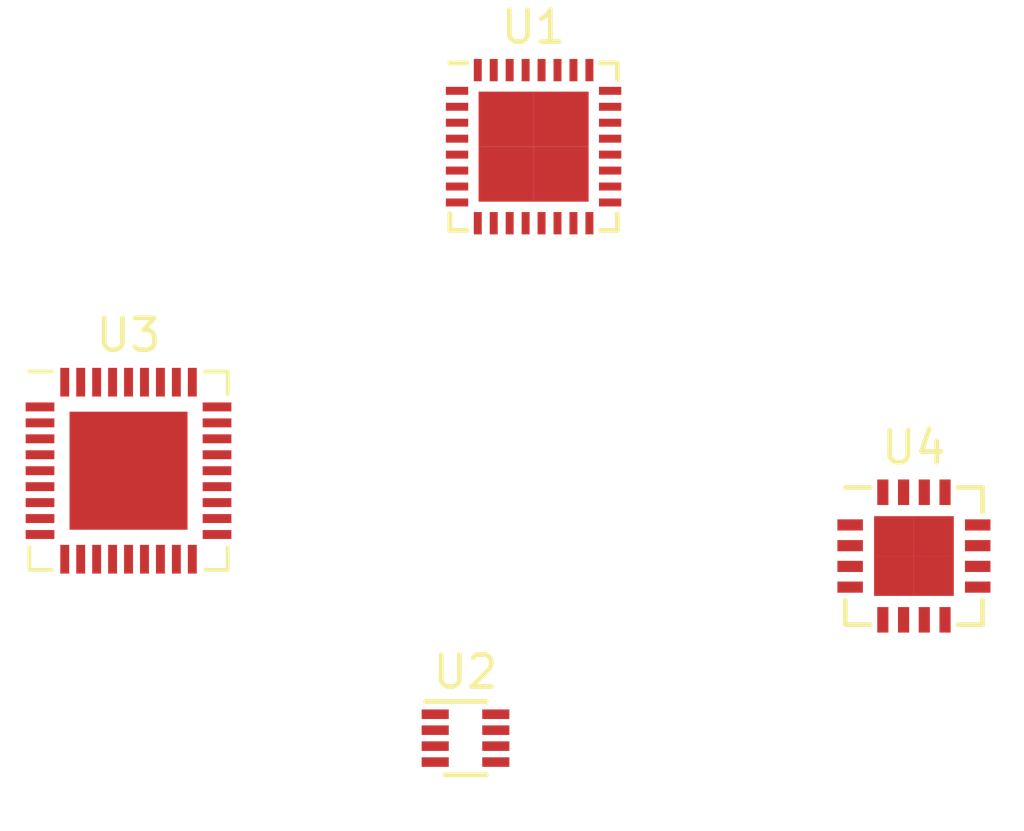
<source format=kicad_pcb>
(kicad_pcb (version 20171130) (host pcbnew "(5.0.0)")

  (general
    (thickness 1.6)
    (drawings 0)
    (tracks 0)
    (zones 0)
    (modules 4)
    (nets 96)
  )

  (page A4)
  (layers
    (0 F.Cu signal)
    (31 B.Cu signal)
    (32 B.Adhes user)
    (33 F.Adhes user)
    (34 B.Paste user)
    (35 F.Paste user)
    (36 B.SilkS user)
    (37 F.SilkS user)
    (38 B.Mask user)
    (39 F.Mask user)
    (40 Dwgs.User user)
    (41 Cmts.User user)
    (42 Eco1.User user)
    (43 Eco2.User user)
    (44 Edge.Cuts user)
    (45 Margin user)
    (46 B.CrtYd user)
    (47 F.CrtYd user)
    (48 B.Fab user)
    (49 F.Fab user)
  )

  (setup
    (last_trace_width 0.25)
    (trace_clearance 0.2)
    (zone_clearance 0.508)
    (zone_45_only no)
    (trace_min 0.2)
    (segment_width 0.2)
    (edge_width 0.15)
    (via_size 0.8)
    (via_drill 0.4)
    (via_min_size 0.4)
    (via_min_drill 0.3)
    (uvia_size 0.3)
    (uvia_drill 0.1)
    (uvias_allowed no)
    (uvia_min_size 0.2)
    (uvia_min_drill 0.1)
    (pcb_text_width 0.3)
    (pcb_text_size 1.5 1.5)
    (mod_edge_width 0.15)
    (mod_text_size 1 1)
    (mod_text_width 0.15)
    (pad_size 1.524 1.524)
    (pad_drill 0.762)
    (pad_to_mask_clearance 0.2)
    (aux_axis_origin 0 0)
    (visible_elements FFFFFF7F)
    (pcbplotparams
      (layerselection 0x010fc_ffffffff)
      (usegerberextensions false)
      (usegerberattributes false)
      (usegerberadvancedattributes false)
      (creategerberjobfile false)
      (excludeedgelayer true)
      (linewidth 0.100000)
      (plotframeref false)
      (viasonmask false)
      (mode 1)
      (useauxorigin false)
      (hpglpennumber 1)
      (hpglpenspeed 20)
      (hpglpendiameter 15.000000)
      (psnegative false)
      (psa4output false)
      (plotreference true)
      (plotvalue true)
      (plotinvisibletext false)
      (padsonsilk false)
      (subtractmaskfromsilk false)
      (outputformat 1)
      (mirror false)
      (drillshape 1)
      (scaleselection 1)
      (outputdirectory ""))
  )

  (net 0 "")
  (net 1 "Net-(U1-Pad33)")
  (net 2 "Net-(U1-Pad32)")
  (net 3 "Net-(U1-Pad31)")
  (net 4 "Net-(U1-Pad30)")
  (net 5 "Net-(U1-Pad29)")
  (net 6 "Net-(U1-Pad28)")
  (net 7 "Net-(U1-Pad27)")
  (net 8 "Net-(U1-Pad26)")
  (net 9 "Net-(U1-Pad25)")
  (net 10 "Net-(U1-Pad24)")
  (net 11 "Net-(U1-Pad23)")
  (net 12 "Net-(U1-Pad22)")
  (net 13 "Net-(U1-Pad21)")
  (net 14 "Net-(U1-Pad20)")
  (net 15 "Net-(U1-Pad19)")
  (net 16 "Net-(U1-Pad18)")
  (net 17 "Net-(U1-Pad17)")
  (net 18 "Net-(U1-Pad16)")
  (net 19 "Net-(U1-Pad15)")
  (net 20 "Net-(U1-Pad14)")
  (net 21 "Net-(U1-Pad13)")
  (net 22 "Net-(U1-Pad12)")
  (net 23 "Net-(U1-Pad11)")
  (net 24 "Net-(U1-Pad10)")
  (net 25 "Net-(U1-Pad9)")
  (net 26 "Net-(U1-Pad8)")
  (net 27 "Net-(U1-Pad7)")
  (net 28 "Net-(U1-Pad6)")
  (net 29 "Net-(U1-Pad5)")
  (net 30 "Net-(U1-Pad4)")
  (net 31 "Net-(U1-Pad3)")
  (net 32 "Net-(U1-Pad2)")
  (net 33 "Net-(U1-Pad1)")
  (net 34 "Net-(U2-Pad8)")
  (net 35 "Net-(U2-Pad7)")
  (net 36 "Net-(U2-Pad6)")
  (net 37 "Net-(U2-Pad5)")
  (net 38 "Net-(U2-Pad4)")
  (net 39 "Net-(U2-Pad3)")
  (net 40 "Net-(U2-Pad2)")
  (net 41 "Net-(U2-Pad1)")
  (net 42 "Net-(U3-Pad37)")
  (net 43 "Net-(U3-Pad36)")
  (net 44 "Net-(U3-Pad35)")
  (net 45 "Net-(U3-Pad34)")
  (net 46 "Net-(U3-Pad33)")
  (net 47 "Net-(U3-Pad32)")
  (net 48 "Net-(U3-Pad31)")
  (net 49 "Net-(U3-Pad30)")
  (net 50 "Net-(U3-Pad29)")
  (net 51 "Net-(U3-Pad28)")
  (net 52 "Net-(U3-Pad27)")
  (net 53 "Net-(U3-Pad26)")
  (net 54 "Net-(U3-Pad25)")
  (net 55 "Net-(U3-Pad24)")
  (net 56 "Net-(U3-Pad23)")
  (net 57 "Net-(U3-Pad22)")
  (net 58 "Net-(U3-Pad21)")
  (net 59 "Net-(U3-Pad20)")
  (net 60 "Net-(U3-Pad19)")
  (net 61 "Net-(U3-Pad18)")
  (net 62 "Net-(U3-Pad17)")
  (net 63 "Net-(U3-Pad16)")
  (net 64 "Net-(U3-Pad15)")
  (net 65 "Net-(U3-Pad14)")
  (net 66 "Net-(U3-Pad13)")
  (net 67 "Net-(U3-Pad12)")
  (net 68 "Net-(U3-Pad11)")
  (net 69 "Net-(U3-Pad10)")
  (net 70 "Net-(U3-Pad9)")
  (net 71 "Net-(U3-Pad8)")
  (net 72 "Net-(U3-Pad7)")
  (net 73 "Net-(U3-Pad6)")
  (net 74 "Net-(U3-Pad5)")
  (net 75 "Net-(U3-Pad4)")
  (net 76 "Net-(U3-Pad3)")
  (net 77 "Net-(U3-Pad2)")
  (net 78 "Net-(U3-Pad1)")
  (net 79 "Net-(U4-Pad17)")
  (net 80 "Net-(U4-Pad16)")
  (net 81 "Net-(U4-Pad15)")
  (net 82 "Net-(U4-Pad14)")
  (net 83 "Net-(U4-Pad13)")
  (net 84 "Net-(U4-Pad12)")
  (net 85 "Net-(U4-Pad11)")
  (net 86 "Net-(U4-Pad10)")
  (net 87 "Net-(U4-Pad9)")
  (net 88 "Net-(U4-Pad8)")
  (net 89 "Net-(U4-Pad7)")
  (net 90 "Net-(U4-Pad6)")
  (net 91 "Net-(U4-Pad5)")
  (net 92 "Net-(U4-Pad4)")
  (net 93 "Net-(U4-Pad3)")
  (net 94 "Net-(U4-Pad2)")
  (net 95 "Net-(U4-Pad1)")

  (net_class Default "This is the default net class."
    (clearance 0.2)
    (trace_width 0.25)
    (via_dia 0.8)
    (via_drill 0.4)
    (uvia_dia 0.3)
    (uvia_drill 0.1)
    (add_net "Net-(U1-Pad1)")
    (add_net "Net-(U1-Pad10)")
    (add_net "Net-(U1-Pad11)")
    (add_net "Net-(U1-Pad12)")
    (add_net "Net-(U1-Pad13)")
    (add_net "Net-(U1-Pad14)")
    (add_net "Net-(U1-Pad15)")
    (add_net "Net-(U1-Pad16)")
    (add_net "Net-(U1-Pad17)")
    (add_net "Net-(U1-Pad18)")
    (add_net "Net-(U1-Pad19)")
    (add_net "Net-(U1-Pad2)")
    (add_net "Net-(U1-Pad20)")
    (add_net "Net-(U1-Pad21)")
    (add_net "Net-(U1-Pad22)")
    (add_net "Net-(U1-Pad23)")
    (add_net "Net-(U1-Pad24)")
    (add_net "Net-(U1-Pad25)")
    (add_net "Net-(U1-Pad26)")
    (add_net "Net-(U1-Pad27)")
    (add_net "Net-(U1-Pad28)")
    (add_net "Net-(U1-Pad29)")
    (add_net "Net-(U1-Pad3)")
    (add_net "Net-(U1-Pad30)")
    (add_net "Net-(U1-Pad31)")
    (add_net "Net-(U1-Pad32)")
    (add_net "Net-(U1-Pad33)")
    (add_net "Net-(U1-Pad4)")
    (add_net "Net-(U1-Pad5)")
    (add_net "Net-(U1-Pad6)")
    (add_net "Net-(U1-Pad7)")
    (add_net "Net-(U1-Pad8)")
    (add_net "Net-(U1-Pad9)")
    (add_net "Net-(U2-Pad1)")
    (add_net "Net-(U2-Pad2)")
    (add_net "Net-(U2-Pad3)")
    (add_net "Net-(U2-Pad4)")
    (add_net "Net-(U2-Pad5)")
    (add_net "Net-(U2-Pad6)")
    (add_net "Net-(U2-Pad7)")
    (add_net "Net-(U2-Pad8)")
    (add_net "Net-(U3-Pad1)")
    (add_net "Net-(U3-Pad10)")
    (add_net "Net-(U3-Pad11)")
    (add_net "Net-(U3-Pad12)")
    (add_net "Net-(U3-Pad13)")
    (add_net "Net-(U3-Pad14)")
    (add_net "Net-(U3-Pad15)")
    (add_net "Net-(U3-Pad16)")
    (add_net "Net-(U3-Pad17)")
    (add_net "Net-(U3-Pad18)")
    (add_net "Net-(U3-Pad19)")
    (add_net "Net-(U3-Pad2)")
    (add_net "Net-(U3-Pad20)")
    (add_net "Net-(U3-Pad21)")
    (add_net "Net-(U3-Pad22)")
    (add_net "Net-(U3-Pad23)")
    (add_net "Net-(U3-Pad24)")
    (add_net "Net-(U3-Pad25)")
    (add_net "Net-(U3-Pad26)")
    (add_net "Net-(U3-Pad27)")
    (add_net "Net-(U3-Pad28)")
    (add_net "Net-(U3-Pad29)")
    (add_net "Net-(U3-Pad3)")
    (add_net "Net-(U3-Pad30)")
    (add_net "Net-(U3-Pad31)")
    (add_net "Net-(U3-Pad32)")
    (add_net "Net-(U3-Pad33)")
    (add_net "Net-(U3-Pad34)")
    (add_net "Net-(U3-Pad35)")
    (add_net "Net-(U3-Pad36)")
    (add_net "Net-(U3-Pad37)")
    (add_net "Net-(U3-Pad4)")
    (add_net "Net-(U3-Pad5)")
    (add_net "Net-(U3-Pad6)")
    (add_net "Net-(U3-Pad7)")
    (add_net "Net-(U3-Pad8)")
    (add_net "Net-(U3-Pad9)")
    (add_net "Net-(U4-Pad1)")
    (add_net "Net-(U4-Pad10)")
    (add_net "Net-(U4-Pad11)")
    (add_net "Net-(U4-Pad12)")
    (add_net "Net-(U4-Pad13)")
    (add_net "Net-(U4-Pad14)")
    (add_net "Net-(U4-Pad15)")
    (add_net "Net-(U4-Pad16)")
    (add_net "Net-(U4-Pad17)")
    (add_net "Net-(U4-Pad2)")
    (add_net "Net-(U4-Pad3)")
    (add_net "Net-(U4-Pad4)")
    (add_net "Net-(U4-Pad5)")
    (add_net "Net-(U4-Pad6)")
    (add_net "Net-(U4-Pad7)")
    (add_net "Net-(U4-Pad8)")
    (add_net "Net-(U4-Pad9)")
  )

  (module footprints:QFN-32-1EP_5x5mm_Pitch0.5mm (layer F.Cu) (tedit 5B8E7C76) (tstamp 5B937D63)
    (at 132.08 62.23)
    (descr "UH Package; 32-Lead Plastic QFN (5mm x 5mm); (see Linear Technology QFN_32_05-08-1693.pdf)")
    (tags "QFN 0.5")
    (path /5B8EF43F)
    (attr smd)
    (fp_text reference U1 (at 0 -3.75) (layer F.SilkS)
      (effects (font (size 1 1) (thickness 0.15)))
    )
    (fp_text value ATSAMD21E15B (at 0 3.75) (layer F.Fab)
      (effects (font (size 1 1) (thickness 0.15)))
    )
    (fp_line (start 2.625 -2.625) (end 2.1 -2.625) (layer F.SilkS) (width 0.15))
    (fp_line (start 2.625 2.625) (end 2.1 2.625) (layer F.SilkS) (width 0.15))
    (fp_line (start -2.625 2.625) (end -2.1 2.625) (layer F.SilkS) (width 0.15))
    (fp_line (start -2.625 -2.625) (end -2.1 -2.625) (layer F.SilkS) (width 0.15))
    (fp_line (start 2.625 2.625) (end 2.625 2.1) (layer F.SilkS) (width 0.15))
    (fp_line (start -2.625 2.625) (end -2.625 2.1) (layer F.SilkS) (width 0.15))
    (fp_line (start 2.625 -2.625) (end 2.625 -2.1) (layer F.SilkS) (width 0.15))
    (fp_line (start -3 3) (end 3 3) (layer F.CrtYd) (width 0.05))
    (fp_line (start -3 -3) (end 3 -3) (layer F.CrtYd) (width 0.05))
    (fp_line (start 3 -3) (end 3 3) (layer F.CrtYd) (width 0.05))
    (fp_line (start -3 -3) (end -3 3) (layer F.CrtYd) (width 0.05))
    (fp_line (start -2.5 -1.5) (end -1.5 -2.5) (layer F.Fab) (width 0.15))
    (fp_line (start -2.5 2.5) (end -2.5 -1.5) (layer F.Fab) (width 0.15))
    (fp_line (start 2.5 2.5) (end -2.5 2.5) (layer F.Fab) (width 0.15))
    (fp_line (start 2.5 -2.5) (end 2.5 2.5) (layer F.Fab) (width 0.15))
    (fp_line (start -1.5 -2.5) (end 2.5 -2.5) (layer F.Fab) (width 0.15))
    (pad 33 smd rect (at -0.8625 -0.8625) (size 1.725 1.725) (layers F.Cu F.Paste F.Mask)
      (net 1 "Net-(U1-Pad33)") (solder_paste_margin_ratio -0.2))
    (pad 33 smd rect (at -0.8625 0.8625) (size 1.725 1.725) (layers F.Cu F.Paste F.Mask)
      (net 1 "Net-(U1-Pad33)") (solder_paste_margin_ratio -0.2))
    (pad 33 smd rect (at 0.8625 -0.8625) (size 1.725 1.725) (layers F.Cu F.Paste F.Mask)
      (net 1 "Net-(U1-Pad33)") (solder_paste_margin_ratio -0.2))
    (pad 33 smd rect (at 0.8625 0.8625) (size 1.725 1.725) (layers F.Cu F.Paste F.Mask)
      (net 1 "Net-(U1-Pad33)") (solder_paste_margin_ratio -0.2))
    (pad 32 smd rect (at -1.75 -2.4 90) (size 0.7 0.25) (layers F.Cu F.Paste F.Mask)
      (net 2 "Net-(U1-Pad32)"))
    (pad 31 smd rect (at -1.25 -2.4 90) (size 0.7 0.25) (layers F.Cu F.Paste F.Mask)
      (net 3 "Net-(U1-Pad31)"))
    (pad 30 smd rect (at -0.75 -2.4 90) (size 0.7 0.25) (layers F.Cu F.Paste F.Mask)
      (net 4 "Net-(U1-Pad30)"))
    (pad 29 smd rect (at -0.25 -2.4 90) (size 0.7 0.25) (layers F.Cu F.Paste F.Mask)
      (net 5 "Net-(U1-Pad29)"))
    (pad 28 smd rect (at 0.25 -2.4 90) (size 0.7 0.25) (layers F.Cu F.Paste F.Mask)
      (net 6 "Net-(U1-Pad28)"))
    (pad 27 smd rect (at 0.75 -2.4 90) (size 0.7 0.25) (layers F.Cu F.Paste F.Mask)
      (net 7 "Net-(U1-Pad27)"))
    (pad 26 smd rect (at 1.25 -2.4 90) (size 0.7 0.25) (layers F.Cu F.Paste F.Mask)
      (net 8 "Net-(U1-Pad26)"))
    (pad 25 smd rect (at 1.75 -2.4 90) (size 0.7 0.25) (layers F.Cu F.Paste F.Mask)
      (net 9 "Net-(U1-Pad25)"))
    (pad 24 smd rect (at 2.4 -1.75) (size 0.7 0.25) (layers F.Cu F.Paste F.Mask)
      (net 10 "Net-(U1-Pad24)"))
    (pad 23 smd rect (at 2.4 -1.25) (size 0.7 0.25) (layers F.Cu F.Paste F.Mask)
      (net 11 "Net-(U1-Pad23)"))
    (pad 22 smd rect (at 2.4 -0.75) (size 0.7 0.25) (layers F.Cu F.Paste F.Mask)
      (net 12 "Net-(U1-Pad22)"))
    (pad 21 smd rect (at 2.4 -0.25) (size 0.7 0.25) (layers F.Cu F.Paste F.Mask)
      (net 13 "Net-(U1-Pad21)"))
    (pad 20 smd rect (at 2.4 0.25) (size 0.7 0.25) (layers F.Cu F.Paste F.Mask)
      (net 14 "Net-(U1-Pad20)"))
    (pad 19 smd rect (at 2.4 0.75) (size 0.7 0.25) (layers F.Cu F.Paste F.Mask)
      (net 15 "Net-(U1-Pad19)"))
    (pad 18 smd rect (at 2.4 1.25) (size 0.7 0.25) (layers F.Cu F.Paste F.Mask)
      (net 16 "Net-(U1-Pad18)"))
    (pad 17 smd rect (at 2.4 1.75) (size 0.7 0.25) (layers F.Cu F.Paste F.Mask)
      (net 17 "Net-(U1-Pad17)"))
    (pad 16 smd rect (at 1.75 2.4 90) (size 0.7 0.25) (layers F.Cu F.Paste F.Mask)
      (net 18 "Net-(U1-Pad16)"))
    (pad 15 smd rect (at 1.25 2.4 90) (size 0.7 0.25) (layers F.Cu F.Paste F.Mask)
      (net 19 "Net-(U1-Pad15)"))
    (pad 14 smd rect (at 0.75 2.4 90) (size 0.7 0.25) (layers F.Cu F.Paste F.Mask)
      (net 20 "Net-(U1-Pad14)"))
    (pad 13 smd rect (at 0.25 2.4 90) (size 0.7 0.25) (layers F.Cu F.Paste F.Mask)
      (net 21 "Net-(U1-Pad13)"))
    (pad 12 smd rect (at -0.25 2.4 90) (size 0.7 0.25) (layers F.Cu F.Paste F.Mask)
      (net 22 "Net-(U1-Pad12)"))
    (pad 11 smd rect (at -0.75 2.4 90) (size 0.7 0.25) (layers F.Cu F.Paste F.Mask)
      (net 23 "Net-(U1-Pad11)"))
    (pad 10 smd rect (at -1.25 2.4 90) (size 0.7 0.25) (layers F.Cu F.Paste F.Mask)
      (net 24 "Net-(U1-Pad10)"))
    (pad 9 smd rect (at -1.75 2.4 90) (size 0.7 0.25) (layers F.Cu F.Paste F.Mask)
      (net 25 "Net-(U1-Pad9)"))
    (pad 8 smd rect (at -2.4 1.75) (size 0.7 0.25) (layers F.Cu F.Paste F.Mask)
      (net 26 "Net-(U1-Pad8)"))
    (pad 7 smd rect (at -2.4 1.25) (size 0.7 0.25) (layers F.Cu F.Paste F.Mask)
      (net 27 "Net-(U1-Pad7)"))
    (pad 6 smd rect (at -2.4 0.75) (size 0.7 0.25) (layers F.Cu F.Paste F.Mask)
      (net 28 "Net-(U1-Pad6)"))
    (pad 5 smd rect (at -2.4 0.25) (size 0.7 0.25) (layers F.Cu F.Paste F.Mask)
      (net 29 "Net-(U1-Pad5)"))
    (pad 4 smd rect (at -2.4 -0.25) (size 0.7 0.25) (layers F.Cu F.Paste F.Mask)
      (net 30 "Net-(U1-Pad4)"))
    (pad 3 smd rect (at -2.4 -0.75) (size 0.7 0.25) (layers F.Cu F.Paste F.Mask)
      (net 31 "Net-(U1-Pad3)"))
    (pad 2 smd rect (at -2.4 -1.25) (size 0.7 0.25) (layers F.Cu F.Paste F.Mask)
      (net 32 "Net-(U1-Pad2)"))
    (pad 1 smd rect (at -2.4 -1.75) (size 0.7 0.25) (layers F.Cu F.Paste F.Mask)
      (net 33 "Net-(U1-Pad1)"))
    (model ${KISYS3DMOD}/QFN-32-1EP_5x5mm_Pitch0.5mm.step
      (at (xyz 0 0 0))
      (scale (xyz 1 1 1))
      (rotate (xyz 0 0 0))
    )
  )

  (module DFN-8_2x2mm_Pitch0.5mm (layer F.Cu) (tedit 574BD4C5) (tstamp 5B937D7A)
    (at 129.945001 80.775001)
    (descr "DFN8 2x2, 0.5P; No exposed pad - Ref http://pdfserv.maximintegrated.com/land_patterns/90-0349.PDF")
    (tags "DFN 0.5")
    (path /5B8EF888)
    (attr smd)
    (fp_text reference U2 (at 0 -2.075) (layer F.SilkS)
      (effects (font (size 1 1) (thickness 0.15)))
    )
    (fp_text value MIC23150-SYMT (at 0 2.075) (layer F.Fab)
      (effects (font (size 1 1) (thickness 0.15)))
    )
    (fp_line (start -1.25 -1.15) (end 0.65 -1.15) (layer F.SilkS) (width 0.15))
    (fp_line (start -0.65 1.15) (end 0.65 1.15) (layer F.SilkS) (width 0.15))
    (fp_line (start -1.65 1.35) (end 1.65 1.35) (layer F.CrtYd) (width 0.05))
    (fp_line (start -1.65 -1.35) (end 1.65 -1.35) (layer F.CrtYd) (width 0.05))
    (fp_line (start 1.65 -1.35) (end 1.65 1.35) (layer F.CrtYd) (width 0.05))
    (fp_line (start -1.65 -1.35) (end -1.65 1.35) (layer F.CrtYd) (width 0.05))
    (fp_line (start -1 0) (end 0 -1) (layer F.Fab) (width 0.15))
    (fp_line (start -1 1) (end -1 0) (layer F.Fab) (width 0.15))
    (fp_line (start 1 1) (end -1 1) (layer F.Fab) (width 0.15))
    (fp_line (start 1 -1) (end 1 1) (layer F.Fab) (width 0.15))
    (fp_line (start 0 -1) (end 1 -1) (layer F.Fab) (width 0.15))
    (pad 8 smd rect (at 0.95 -0.75) (size 0.85 0.3) (layers F.Cu F.Paste F.Mask)
      (net 34 "Net-(U2-Pad8)"))
    (pad 7 smd rect (at 0.95 -0.25) (size 0.85 0.3) (layers F.Cu F.Paste F.Mask)
      (net 35 "Net-(U2-Pad7)"))
    (pad 6 smd rect (at 0.95 0.25) (size 0.85 0.3) (layers F.Cu F.Paste F.Mask)
      (net 36 "Net-(U2-Pad6)"))
    (pad 5 smd rect (at 0.95 0.75) (size 0.85 0.3) (layers F.Cu F.Paste F.Mask)
      (net 37 "Net-(U2-Pad5)"))
    (pad 4 smd rect (at -0.95 0.75) (size 0.85 0.3) (layers F.Cu F.Paste F.Mask)
      (net 38 "Net-(U2-Pad4)"))
    (pad 3 smd rect (at -0.95 0.25) (size 0.85 0.3) (layers F.Cu F.Paste F.Mask)
      (net 39 "Net-(U2-Pad3)"))
    (pad 2 smd rect (at -0.95 -0.25) (size 0.85 0.3) (layers F.Cu F.Paste F.Mask)
      (net 40 "Net-(U2-Pad2)"))
    (pad 1 smd rect (at -0.95 -0.75) (size 0.85 0.3) (layers F.Cu F.Paste F.Mask)
      (net 41 "Net-(U2-Pad1)"))
    (model ${KISYS3DMOD}/Housings_DFN_QFN.3dshapes/DFN-8_2x2mm_Pitch0.5mm.wrl
      (at (xyz 0 0 0))
      (scale (xyz 1 1 1))
      (rotate (xyz 0 0 0))
    )
  )

  (module footprints:QFN-36-1EP_6x6mm_Pitch0.5mm (layer F.Cu) (tedit 5B8E7CBD) (tstamp 5B937DC4)
    (at 119.38 72.39)
    (descr "QFN 36 6x6mm 0,5mm pitch 3,7x3,7mm EPAD http://ww1.microchip.com/downloads/en/DeviceDoc/36L_QFN_6x6_with_3_7x3_7_EP_Punch_Dimpled_4E_C04-0241A.pdf")
    (tags "QFN-0.5 36SQFN-3706-6x6B")
    (path /5B8EF4E0)
    (attr smd)
    (fp_text reference U3 (at 0 -4.25) (layer F.SilkS)
      (effects (font (size 1 1) (thickness 0.15)))
    )
    (fp_text value USB2512B (at 0 4.28) (layer F.Fab)
      (effects (font (size 1 1) (thickness 0.15)))
    )
    (fp_line (start -2.4 -3.11) (end -3.11 -3.11) (layer F.SilkS) (width 0.12))
    (fp_line (start 3.11 -3.11) (end 2.4 -3.11) (layer F.SilkS) (width 0.12))
    (fp_line (start 3.11 3.11) (end 2.4 3.11) (layer F.SilkS) (width 0.12))
    (fp_line (start -3.11 3.11) (end -2.4 3.11) (layer F.SilkS) (width 0.12))
    (fp_line (start 3.11 3.11) (end 3.11 2.4) (layer F.SilkS) (width 0.12))
    (fp_line (start -3.11 3.11) (end -3.11 2.4) (layer F.SilkS) (width 0.12))
    (fp_line (start 3.11 -3.11) (end 3.11 -2.4) (layer F.SilkS) (width 0.12))
    (fp_line (start -3.48 3.48) (end 3.48 3.48) (layer F.CrtYd) (width 0.05))
    (fp_line (start -3.48 -3.48) (end 3.48 -3.48) (layer F.CrtYd) (width 0.05))
    (fp_line (start 3.48 -3.48) (end 3.48 3.48) (layer F.CrtYd) (width 0.05))
    (fp_line (start -3.48 -3.48) (end -3.48 3.48) (layer F.CrtYd) (width 0.05))
    (fp_line (start -3 -2) (end -2 -3) (layer F.Fab) (width 0.1))
    (fp_line (start -3 3) (end -3 -2) (layer F.Fab) (width 0.1))
    (fp_line (start 3 3) (end -3 3) (layer F.Fab) (width 0.1))
    (fp_line (start 3 -3) (end 3 3) (layer F.Fab) (width 0.1))
    (fp_line (start -2 -3) (end 3 -3) (layer F.Fab) (width 0.1))
    (fp_text user %R (at 0 0) (layer F.Fab)
      (effects (font (size 1 1) (thickness 0.15)))
    )
    (pad 37 smd rect (at 0 0) (size 3.7 3.7) (layers F.Cu F.Mask)
      (net 42 "Net-(U3-Pad37)"))
    (pad "" smd rect (at -1.3875 1.3875) (size 0.827 0.827) (layers F.Paste))
    (pad "" smd rect (at -1.3875 0.4625) (size 0.827 0.827) (layers F.Paste))
    (pad "" smd rect (at 0.4625 1.3875) (size 0.827 0.827) (layers F.Paste))
    (pad "" smd rect (at -0.4625 1.3875) (size 0.827 0.827) (layers F.Paste))
    (pad "" smd rect (at -0.4625 0.4625) (size 0.827 0.827) (layers F.Paste))
    (pad "" smd rect (at 0.4625 0.4625) (size 0.827 0.827) (layers F.Paste))
    (pad "" smd rect (at 1.3875 0.4625) (size 0.827 0.827) (layers F.Paste))
    (pad "" smd rect (at 1.3875 1.3875) (size 0.827 0.827) (layers F.Paste))
    (pad "" smd rect (at 1.3875 -1.3875) (size 0.827 0.827) (layers F.Paste))
    (pad "" smd rect (at 0.4625 -0.4625) (size 0.827 0.827) (layers F.Paste))
    (pad "" smd rect (at -0.4625 -0.4625) (size 0.827 0.827) (layers F.Paste))
    (pad "" smd rect (at -1.3875 -0.4625) (size 0.827 0.827) (layers F.Paste))
    (pad "" smd rect (at -1.3875 -1.3875) (size 0.827 0.827) (layers F.Paste))
    (pad "" smd rect (at -0.4625 -1.3875) (size 0.827 0.827) (layers F.Paste))
    (pad "" smd rect (at 0.4625 -1.3875) (size 0.827 0.827) (layers F.Paste))
    (pad "" smd rect (at 1.3875 -0.4625) (size 0.827 0.827) (layers F.Paste))
    (pad 36 smd rect (at -2 -2.775 90) (size 0.9 0.28) (layers F.Cu F.Paste F.Mask)
      (net 43 "Net-(U3-Pad36)"))
    (pad 35 smd rect (at -1.5 -2.775 90) (size 0.9 0.28) (layers F.Cu F.Paste F.Mask)
      (net 44 "Net-(U3-Pad35)"))
    (pad 34 smd rect (at -1 -2.775 90) (size 0.9 0.28) (layers F.Cu F.Paste F.Mask)
      (net 45 "Net-(U3-Pad34)"))
    (pad 33 smd rect (at -0.5 -2.775 90) (size 0.9 0.28) (layers F.Cu F.Paste F.Mask)
      (net 46 "Net-(U3-Pad33)"))
    (pad 32 smd rect (at 0 -2.775 90) (size 0.9 0.28) (layers F.Cu F.Paste F.Mask)
      (net 47 "Net-(U3-Pad32)"))
    (pad 31 smd rect (at 0.5 -2.775 90) (size 0.9 0.28) (layers F.Cu F.Paste F.Mask)
      (net 48 "Net-(U3-Pad31)"))
    (pad 30 smd rect (at 1 -2.775 90) (size 0.9 0.28) (layers F.Cu F.Paste F.Mask)
      (net 49 "Net-(U3-Pad30)"))
    (pad 29 smd rect (at 1.5 -2.775 90) (size 0.9 0.28) (layers F.Cu F.Paste F.Mask)
      (net 50 "Net-(U3-Pad29)"))
    (pad 28 smd rect (at 2 -2.775 90) (size 0.9 0.28) (layers F.Cu F.Paste F.Mask)
      (net 51 "Net-(U3-Pad28)"))
    (pad 27 smd rect (at 2.775 -2) (size 0.9 0.28) (layers F.Cu F.Paste F.Mask)
      (net 52 "Net-(U3-Pad27)"))
    (pad 26 smd rect (at 2.775 -1.5) (size 0.9 0.28) (layers F.Cu F.Paste F.Mask)
      (net 53 "Net-(U3-Pad26)"))
    (pad 25 smd rect (at 2.775 -1) (size 0.9 0.28) (layers F.Cu F.Paste F.Mask)
      (net 54 "Net-(U3-Pad25)"))
    (pad 24 smd rect (at 2.775 -0.5) (size 0.9 0.28) (layers F.Cu F.Paste F.Mask)
      (net 55 "Net-(U3-Pad24)"))
    (pad 23 smd rect (at 2.775 0) (size 0.9 0.28) (layers F.Cu F.Paste F.Mask)
      (net 56 "Net-(U3-Pad23)"))
    (pad 22 smd rect (at 2.775 0.5) (size 0.9 0.28) (layers F.Cu F.Paste F.Mask)
      (net 57 "Net-(U3-Pad22)"))
    (pad 21 smd rect (at 2.775 1) (size 0.9 0.28) (layers F.Cu F.Paste F.Mask)
      (net 58 "Net-(U3-Pad21)"))
    (pad 20 smd rect (at 2.775 1.5) (size 0.9 0.28) (layers F.Cu F.Paste F.Mask)
      (net 59 "Net-(U3-Pad20)"))
    (pad 19 smd rect (at 2.775 2) (size 0.9 0.28) (layers F.Cu F.Paste F.Mask)
      (net 60 "Net-(U3-Pad19)"))
    (pad 18 smd rect (at 2 2.775 90) (size 0.9 0.28) (layers F.Cu F.Paste F.Mask)
      (net 61 "Net-(U3-Pad18)"))
    (pad 17 smd rect (at 1.5 2.775 90) (size 0.9 0.28) (layers F.Cu F.Paste F.Mask)
      (net 62 "Net-(U3-Pad17)"))
    (pad 16 smd rect (at 1 2.775 90) (size 0.9 0.28) (layers F.Cu F.Paste F.Mask)
      (net 63 "Net-(U3-Pad16)"))
    (pad 15 smd rect (at 0.5 2.775 90) (size 0.9 0.28) (layers F.Cu F.Paste F.Mask)
      (net 64 "Net-(U3-Pad15)"))
    (pad 14 smd rect (at 0 2.775 90) (size 0.9 0.28) (layers F.Cu F.Paste F.Mask)
      (net 65 "Net-(U3-Pad14)"))
    (pad 13 smd rect (at -0.5 2.775 90) (size 0.9 0.28) (layers F.Cu F.Paste F.Mask)
      (net 66 "Net-(U3-Pad13)"))
    (pad 12 smd rect (at -1 2.775 90) (size 0.9 0.28) (layers F.Cu F.Paste F.Mask)
      (net 67 "Net-(U3-Pad12)"))
    (pad 11 smd rect (at -1.5 2.775 90) (size 0.9 0.28) (layers F.Cu F.Paste F.Mask)
      (net 68 "Net-(U3-Pad11)"))
    (pad 10 smd rect (at -2 2.775 90) (size 0.9 0.28) (layers F.Cu F.Paste F.Mask)
      (net 69 "Net-(U3-Pad10)"))
    (pad 9 smd rect (at -2.775 2) (size 0.9 0.28) (layers F.Cu F.Paste F.Mask)
      (net 70 "Net-(U3-Pad9)"))
    (pad 8 smd rect (at -2.775 1.5) (size 0.9 0.28) (layers F.Cu F.Paste F.Mask)
      (net 71 "Net-(U3-Pad8)"))
    (pad 7 smd rect (at -2.775 1) (size 0.9 0.28) (layers F.Cu F.Paste F.Mask)
      (net 72 "Net-(U3-Pad7)"))
    (pad 6 smd rect (at -2.775 0.5) (size 0.9 0.28) (layers F.Cu F.Paste F.Mask)
      (net 73 "Net-(U3-Pad6)"))
    (pad 5 smd rect (at -2.775 0) (size 0.9 0.28) (layers F.Cu F.Paste F.Mask)
      (net 74 "Net-(U3-Pad5)"))
    (pad 4 smd rect (at -2.775 -0.5) (size 0.9 0.28) (layers F.Cu F.Paste F.Mask)
      (net 75 "Net-(U3-Pad4)"))
    (pad 3 smd rect (at -2.775 -1) (size 0.9 0.28) (layers F.Cu F.Paste F.Mask)
      (net 76 "Net-(U3-Pad3)"))
    (pad 2 smd rect (at -2.775 -1.5) (size 0.9 0.28) (layers F.Cu F.Paste F.Mask)
      (net 77 "Net-(U3-Pad2)"))
    (pad 1 smd rect (at -2.775 -2) (size 0.9 0.28) (layers F.Cu F.Paste F.Mask)
      (net 78 "Net-(U3-Pad1)"))
    (model ${KISYS3DMOD}/QFN-36-1EP_6x6mm_Pitch0.5mm.step
      (at (xyz 0 0 0))
      (scale (xyz 1 1 1))
      (rotate (xyz 0 0 0))
    )
  )

  (module footprints:QFN-16-1EP_4x4mm_Pitch0.65mm (layer F.Cu) (tedit 5B8E7D87) (tstamp 5B937DEC)
    (at 144.005001 75.065001)
    (descr "16-Lead Plastic Quad Flat, No Lead Package (ML) - 4x4x0.9 mm Body [QFN]; (see Microchip Packaging Specification 00000049BS.pdf)")
    (tags "QFN 0.65")
    (path /5B8EF55F)
    (attr smd)
    (fp_text reference U4 (at 0 -3.4) (layer F.SilkS)
      (effects (font (size 1 1) (thickness 0.15)))
    )
    (fp_text value PAC1934 (at 0 3.4) (layer F.Fab)
      (effects (font (size 1 1) (thickness 0.15)))
    )
    (fp_line (start 2.15 -2.15) (end 1.375 -2.15) (layer F.SilkS) (width 0.15))
    (fp_line (start 2.15 2.15) (end 1.375 2.15) (layer F.SilkS) (width 0.15))
    (fp_line (start -2.15 2.15) (end -1.375 2.15) (layer F.SilkS) (width 0.15))
    (fp_line (start -2.15 -2.15) (end -1.375 -2.15) (layer F.SilkS) (width 0.15))
    (fp_line (start 2.15 2.15) (end 2.15 1.375) (layer F.SilkS) (width 0.15))
    (fp_line (start -2.15 2.15) (end -2.15 1.375) (layer F.SilkS) (width 0.15))
    (fp_line (start 2.15 -2.15) (end 2.15 -1.375) (layer F.SilkS) (width 0.15))
    (fp_line (start -2.65 2.65) (end 2.65 2.65) (layer F.CrtYd) (width 0.05))
    (fp_line (start -2.65 -2.65) (end 2.65 -2.65) (layer F.CrtYd) (width 0.05))
    (fp_line (start 2.65 -2.65) (end 2.65 2.65) (layer F.CrtYd) (width 0.05))
    (fp_line (start -2.65 -2.65) (end -2.65 2.65) (layer F.CrtYd) (width 0.05))
    (fp_line (start -2 -1) (end -1 -2) (layer F.Fab) (width 0.15))
    (fp_line (start -2 2) (end -2 -1) (layer F.Fab) (width 0.15))
    (fp_line (start 2 2) (end -2 2) (layer F.Fab) (width 0.15))
    (fp_line (start 2 -2) (end 2 2) (layer F.Fab) (width 0.15))
    (fp_line (start -1 -2) (end 2 -2) (layer F.Fab) (width 0.15))
    (pad 17 smd rect (at -0.625 -0.625) (size 1.25 1.25) (layers F.Cu F.Paste F.Mask)
      (net 79 "Net-(U4-Pad17)") (solder_paste_margin_ratio -0.2))
    (pad 17 smd rect (at -0.625 0.625) (size 1.25 1.25) (layers F.Cu F.Paste F.Mask)
      (net 79 "Net-(U4-Pad17)") (solder_paste_margin_ratio -0.2))
    (pad 17 smd rect (at 0.625 -0.625) (size 1.25 1.25) (layers F.Cu F.Paste F.Mask)
      (net 79 "Net-(U4-Pad17)") (solder_paste_margin_ratio -0.2))
    (pad 17 smd rect (at 0.625 0.625) (size 1.25 1.25) (layers F.Cu F.Paste F.Mask)
      (net 79 "Net-(U4-Pad17)") (solder_paste_margin_ratio -0.2))
    (pad 16 smd rect (at -0.975 -2 90) (size 0.8 0.35) (layers F.Cu F.Paste F.Mask)
      (net 80 "Net-(U4-Pad16)"))
    (pad 15 smd rect (at -0.325 -2 90) (size 0.8 0.35) (layers F.Cu F.Paste F.Mask)
      (net 81 "Net-(U4-Pad15)"))
    (pad 14 smd rect (at 0.325 -2 90) (size 0.8 0.35) (layers F.Cu F.Paste F.Mask)
      (net 82 "Net-(U4-Pad14)"))
    (pad 13 smd rect (at 0.975 -2 90) (size 0.8 0.35) (layers F.Cu F.Paste F.Mask)
      (net 83 "Net-(U4-Pad13)"))
    (pad 12 smd rect (at 2 -0.975) (size 0.8 0.35) (layers F.Cu F.Paste F.Mask)
      (net 84 "Net-(U4-Pad12)"))
    (pad 11 smd rect (at 2 -0.325) (size 0.8 0.35) (layers F.Cu F.Paste F.Mask)
      (net 85 "Net-(U4-Pad11)"))
    (pad 10 smd rect (at 2 0.325) (size 0.8 0.35) (layers F.Cu F.Paste F.Mask)
      (net 86 "Net-(U4-Pad10)"))
    (pad 9 smd rect (at 2 0.975) (size 0.8 0.35) (layers F.Cu F.Paste F.Mask)
      (net 87 "Net-(U4-Pad9)"))
    (pad 8 smd rect (at 0.975 2 90) (size 0.8 0.35) (layers F.Cu F.Paste F.Mask)
      (net 88 "Net-(U4-Pad8)"))
    (pad 7 smd rect (at 0.325 2 90) (size 0.8 0.35) (layers F.Cu F.Paste F.Mask)
      (net 89 "Net-(U4-Pad7)"))
    (pad 6 smd rect (at -0.325 2 90) (size 0.8 0.35) (layers F.Cu F.Paste F.Mask)
      (net 90 "Net-(U4-Pad6)"))
    (pad 5 smd rect (at -0.975 2 90) (size 0.8 0.35) (layers F.Cu F.Paste F.Mask)
      (net 91 "Net-(U4-Pad5)"))
    (pad 4 smd rect (at -2 0.975) (size 0.8 0.35) (layers F.Cu F.Paste F.Mask)
      (net 92 "Net-(U4-Pad4)"))
    (pad 3 smd rect (at -2 0.325) (size 0.8 0.35) (layers F.Cu F.Paste F.Mask)
      (net 93 "Net-(U4-Pad3)"))
    (pad 2 smd rect (at -2 -0.325) (size 0.8 0.35) (layers F.Cu F.Paste F.Mask)
      (net 94 "Net-(U4-Pad2)"))
    (pad 1 smd rect (at -2 -0.975) (size 0.8 0.35) (layers F.Cu F.Paste F.Mask)
      (net 95 "Net-(U4-Pad1)"))
    (model ${KISYS3DMOD}/QFN-16-1EP_4x4mm_Pitch0.65mm.step
      (at (xyz 0 0 0))
      (scale (xyz 1 1 1))
      (rotate (xyz 0 0 0))
    )
  )

)

</source>
